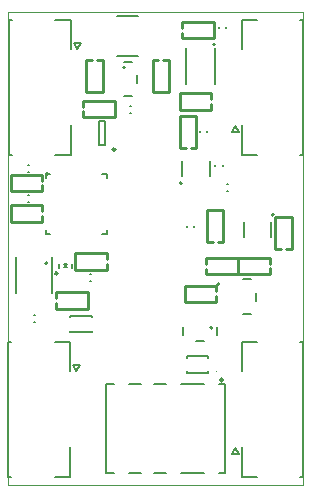
<source format=gto>
G04*
G04 #@! TF.GenerationSoftware,Altium Limited,Altium Designer,21.8.1 (53)*
G04*
G04 Layer_Color=65535*
%FSLAX25Y25*%
%MOIN*%
G70*
G04*
G04 #@! TF.SameCoordinates,3953C7C4-12BB-4AEB-9917-3EAA161B92D5*
G04*
G04*
G04 #@! TF.FilePolarity,Positive*
G04*
G01*
G75*
%ADD10C,0.00394*%
%ADD11C,0.00787*%
%ADD12C,0.01000*%
%ADD13C,0.01181*%
%ADD14C,0.00984*%
%ADD15C,0.00500*%
%ADD16C,0.00600*%
D10*
X30669Y51240D02*
G03*
X30669Y51240I-197J0D01*
G01*
X69567Y37697D02*
G03*
X69567Y37697I-197J0D01*
G01*
X0Y157480D02*
X98425D01*
X0Y0D02*
Y157480D01*
X98425D02*
X98425Y0D01*
X0D02*
X98425D01*
D11*
X68170Y52343D02*
G03*
X68170Y52343I-394J0D01*
G01*
X88583Y89961D02*
G03*
X88583Y89961I-394J0D01*
G01*
X70461Y66792D02*
G03*
X70461Y66792I-394J0D01*
G01*
X13075Y73803D02*
G03*
X13075Y73803I-394J0D01*
G01*
X69093Y146643D02*
G03*
X69093Y146643I-394J0D01*
G01*
X57991Y100450D02*
G03*
X57991Y100450I-394J0D01*
G01*
X39087Y138962D02*
G03*
X39087Y138962I-394J0D01*
G01*
X20827Y55768D02*
Y56260D01*
X27913Y55768D02*
Y56260D01*
X20827Y50748D02*
Y51240D01*
X27913Y50748D02*
Y51240D01*
X20827Y56260D02*
X27913D01*
X20827Y50748D02*
X27913D01*
X59724Y42224D02*
Y42717D01*
X66811Y42224D02*
Y42717D01*
X59724Y37205D02*
Y37697D01*
X66811Y37205D02*
Y37697D01*
X59724Y42717D02*
X66811D01*
X59724Y37205D02*
X66811D01*
X59646Y85689D02*
Y86083D01*
X62008Y85689D02*
Y86083D01*
X73027Y100273D02*
X73421D01*
X73027Y97910D02*
X73421D01*
X69134Y106157D02*
Y106550D01*
X71497Y106157D02*
Y106550D01*
X63975Y117540D02*
Y117934D01*
X66337Y117540D02*
Y117934D01*
X30197Y113189D02*
X32165D01*
X30197Y121063D02*
X32165D01*
Y113189D02*
Y121063D01*
X30197Y113189D02*
Y121063D01*
X70445Y152050D02*
Y152443D01*
X72808Y152050D02*
Y152443D01*
X8577Y56454D02*
X8970D01*
X8577Y54092D02*
X8970D01*
X27303Y70079D02*
X27697D01*
X27303Y67716D02*
X27697D01*
X6615Y96626D02*
X7009D01*
X6615Y94263D02*
X7009D01*
X6679Y106589D02*
X7072D01*
X6679Y104227D02*
X7072D01*
X40752Y123962D02*
X41146D01*
X40752Y126324D02*
X41146D01*
D12*
X71650Y34898D02*
G03*
X71650Y34898I-434J0D01*
G01*
X16467Y70417D02*
G03*
X16467Y70417I-361J0D01*
G01*
X69468Y60787D02*
Y62795D01*
Y64370D02*
Y66299D01*
X58839Y60787D02*
X69468D01*
X58839D02*
Y66299D01*
X69468D01*
X94523Y78524D02*
Y89153D01*
X89012D02*
X94523D01*
X89012Y78524D02*
Y89153D01*
X92594Y78524D02*
X94523D01*
X89012D02*
X91019D01*
X76771Y75572D02*
X87401D01*
X76771Y70060D02*
Y75572D01*
Y70060D02*
X87401D01*
Y73643D02*
Y75572D01*
Y70060D02*
Y72068D01*
X66102Y73571D02*
Y75578D01*
Y70066D02*
Y71996D01*
Y75578D02*
X76732D01*
Y70066D02*
Y75578D01*
X66102Y70066D02*
X76732D01*
X71772Y80768D02*
Y91398D01*
X66260D02*
X71772D01*
X66260Y80768D02*
Y91398D01*
X69842Y80768D02*
X71772D01*
X66260D02*
X68268D01*
X67814Y124915D02*
Y126923D01*
Y128498D02*
Y130427D01*
X57184Y124915D02*
X67814D01*
X57184D02*
Y130427D01*
X67814D01*
X57282Y112225D02*
X59290D01*
X60865D02*
X62794D01*
X57282D02*
Y122855D01*
X62794D01*
Y112225D02*
Y122855D01*
X57992Y148740D02*
X68622D01*
Y154252D01*
X57992D02*
X68622D01*
X57992Y148740D02*
Y150669D01*
Y152244D02*
Y154252D01*
X32972Y71614D02*
Y73622D01*
Y75197D02*
Y77126D01*
X22343Y71614D02*
X32972D01*
X22343D02*
Y77126D01*
X32972D01*
X25029Y122449D02*
X35659D01*
Y127960D01*
X25029D02*
X35659D01*
X25029Y122449D02*
Y124378D01*
Y125952D02*
Y127960D01*
X29576Y141541D02*
X31584D01*
X26072D02*
X28002D01*
X31584Y130911D02*
Y141541D01*
X26072Y130911D02*
X31584D01*
X26072D02*
Y141541D01*
X48211Y130984D02*
Y141614D01*
Y130984D02*
X53723D01*
Y141614D01*
X48211D02*
X50140D01*
X51715D02*
X53723D01*
X835Y103255D02*
X11464D01*
X835Y97743D02*
Y103255D01*
Y97743D02*
X11464D01*
Y101326D02*
Y103255D01*
Y97743D02*
Y99751D01*
X16024Y58583D02*
X26654D01*
Y64095D01*
X16024D02*
X26654D01*
X16024Y58583D02*
Y60512D01*
Y62087D02*
Y64095D01*
X830Y93125D02*
X11460D01*
X830Y87614D02*
Y93125D01*
Y87614D02*
X11460D01*
Y91196D02*
Y93125D01*
Y87614D02*
Y89622D01*
D13*
X12953Y103583D02*
G03*
X12953Y103583I-197J0D01*
G01*
D14*
X35807Y111713D02*
G03*
X35807Y111713I-492J0D01*
G01*
D15*
X69666Y49823D02*
Y52422D01*
X62639Y47973D02*
X65277D01*
X58249Y49823D02*
Y52422D01*
X31457Y103583D02*
X32835D01*
Y102205D02*
Y103583D01*
Y83504D02*
Y84882D01*
X31457Y83504D02*
X32835D01*
X12756D02*
X14134D01*
X12756D02*
Y84882D01*
Y102205D02*
Y103583D01*
X14134D01*
X78583Y82500D02*
Y87421D01*
X87795Y82500D02*
Y87421D01*
X78256Y56950D02*
X80854D01*
X82705Y61339D02*
Y63977D01*
X78256Y68367D02*
X80854D01*
X36339Y142795D02*
X43425D01*
X36339Y156024D02*
X43425D01*
X14724Y63898D02*
Y75709D01*
X2638Y63898D02*
Y75709D01*
X77913Y145118D02*
Y154882D01*
Y110000D02*
Y119764D01*
X98386Y110000D02*
Y154882D01*
X77913Y110000D02*
X83031D01*
X77913Y154882D02*
X83031D01*
X74606Y117677D02*
X76968D01*
X74606D02*
X75787Y119646D01*
X76968Y117677D01*
X97402Y110000D02*
X98386D01*
X97402Y154882D02*
X98386D01*
X20906Y110000D02*
Y119764D01*
Y145118D02*
Y154882D01*
X433Y110000D02*
Y154882D01*
X15787D02*
X20906D01*
X15787Y110000D02*
X20906D01*
X21850Y147205D02*
X24213D01*
X23031Y145236D02*
X24213Y147205D01*
X21850D02*
X23031Y145236D01*
X433Y154882D02*
X1417D01*
X433Y110000D02*
X1417D01*
X59447Y133611D02*
Y145422D01*
X68896Y133611D02*
Y145422D01*
X57991Y102989D02*
Y107910D01*
X67203Y102989D02*
Y107910D01*
X97402Y47480D02*
X98386D01*
X97402Y2598D02*
X98386D01*
X75787Y12244D02*
X76968Y10276D01*
X74606D02*
X75787Y12244D01*
X74606Y10276D02*
X76968D01*
X77913Y47480D02*
X83031D01*
X77913Y2598D02*
X83031D01*
X98386D02*
Y47480D01*
X77913Y2598D02*
Y12362D01*
Y37716D02*
Y47480D01*
X38614Y129435D02*
X41213D01*
X43063Y133825D02*
Y136462D01*
X38614Y140852D02*
X41213D01*
X158Y2598D02*
X1142D01*
X158Y47480D02*
X1142D01*
X21575Y39803D02*
X22756Y37835D01*
X23937Y39803D01*
X21575D02*
X23937D01*
X15512Y2598D02*
X20630D01*
X15512Y47480D02*
X20630D01*
X158Y2598D02*
Y47480D01*
X20630Y37716D02*
Y47480D01*
Y2598D02*
Y12362D01*
D16*
X70217Y33398D02*
X72216D01*
Y3898D02*
Y33398D01*
X70217Y3898D02*
X72216D01*
X32717D02*
X35403D01*
X57717D02*
X65216D01*
X48717D02*
X52716D01*
X40216D02*
X44216D01*
X57717Y33398D02*
X65216D01*
X48717D02*
X52716D01*
X40216D02*
X44216D01*
X32717Y3898D02*
Y33398D01*
X35403D01*
X16857Y72314D02*
Y73520D01*
X21357Y72314D02*
Y73520D01*
X19049Y72881D02*
X19549Y73381D01*
X18549D02*
X19049Y72881D01*
X18549Y73381D02*
X19549D01*
X18506Y72380D02*
X19506D01*
M02*

</source>
